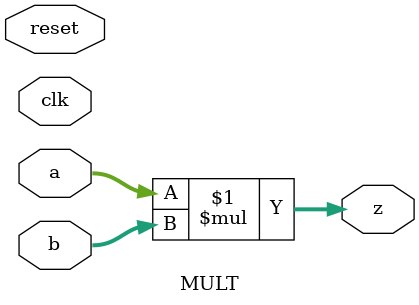
<source format=v>
`timescale 1ns / 1ps

module MULT(
    input clk,
    input reset,
    input [31:0] a,
    input [31:0] b,
    output [63:0] z
    );
    assign z=a*b;
//    reg [63:0]temp;
//    reg [63:0] stored0;
//         reg [63:0] stored1;
//         reg [63:0] stored2;
//         reg [63:0] stored3;
//         reg [63:0] stored4;
//         reg [63:0] stored5; 
//         reg [63:0] stored6;
//         reg [63:0] stored7;
//         reg [63:0] stored8;
//         reg [63:0] stored9;
//         reg [63:0] stored10;
//         reg [63:0] stored11;
//         reg [63:0] stored12;
//         reg [63:0] stored13; 
//         reg [63:0] stored14;
//         reg [63:0] stored15;
//         reg [63:0] stored16;
//         reg [63:0] stored17;
//         reg [63:0] stored18;
//         reg [63:0] stored19;
//         reg [63:0] stored20;
//         reg [63:0] stored21; 
//         reg [63:0] stored22;
//         reg [63:0] stored23;
//         reg [63:0] stored24;
//         reg [63:0] stored25;
//         reg [63:0] stored26;
//         reg [63:0] stored27;
//         reg [63:0] stored28;
//         reg [63:0] stored29; 
//         reg [63:0] stored30;
//         reg [63:0] stored31;
        
//        assign z = stored0+stored1+stored2+stored3+stored4+stored5+stored6+stored7
//            +stored8+stored9+stored10+stored11+stored12+stored13+stored14+stored15+
//            stored16+stored17+stored18+stored19+stored20+stored21+stored22+stored23+
//            stored24+stored25+stored26+stored27+stored28+stored29+stored30-stored31;
            
//        always @(negedge clk or posedge reset)
//        begin
//            if(reset)
//            begin
//             temp <= 0;
//             stored0 <= 0;
//             stored1 <= 0;
//             stored2 <= 0;
//             stored3 <= 0;
//             stored4 <= 0;
//             stored5 <= 0;
//             stored6 <= 0;
//             stored7 <= 0;
//             stored8 <= 0;
//             stored9 <= 0;
//             stored10 <= 0;
//             stored11 <= 0;
//             stored12 <= 0;
//             stored13 <= 0;
//             stored14 <= 0;
//             stored15 <= 0; 
//             stored16 <= 0;
//             stored17 <= 0;
//             stored18 <= 0;
//             stored19 <= 0;
//             stored20 <= 0;
//             stored21 <= 0;
//             stored22 <= 0;
//             stored23 <= 0; 
//             stored24 <= 0;
//             stored25 <= 0;
//             stored26 <= 0;
//             stored27 <= 0;
//             stored28 <= 0;
//             stored29 <= 0;
//             stored30 <= 0;
//             stored31 <= 0;
//            end
//            else
//            begin
//            stored0 <= b[0] ? {{32{a[31]}}, a} : 'b0;
//            stored1 <= b[1] ? {{31{a[31]}}, a, 1'b0} : 'b0;
//            stored2 <= b[2] ? {{30{a[31]}}, a, 2'b0} : 'b0;
//            stored3 <= b[3] ? {{29{a[31]}}, a, 3'b0} : 'b0;
//            stored4 <= b[4] ? {{28{a[31]}}, a, 4'b0} : 'b0;
//            stored5 <= b[5] ? {{27{a[31]}}, a, 5'b0} : 'b0;
//            stored6 <= b[6] ? {{26{a[31]}}, a, 6'b0} : 'b0;
//            stored7 <= b[7] ? {{25{a[31]}}, a, 7'b0} : 'b0;
//            stored8 <= b[8] ? {{24{a[31]}}, a, 8'b0} : 'b0;
//            stored9 <= b[9] ? {{23{a[31]}}, a, 9'b0} : 'b0;
//            stored10 <= b[10] ? {{22{a[31]}}, a, 10'b0} : 'b0;
//            stored11 <= b[11] ? {{21{a[31]}}, a, 11'b0} : 'b0;
//            stored12 <= b[12] ? {{20{a[31]}}, a, 12'b0} : 'b0;
//            stored13 <= b[13] ? {{19{a[31]}}, a, 13'b0} : 'b0;
//            stored14 <= b[14] ? {{18{a[31]}}, a, 14'b0} : 'b0;
//            stored15 <= b[15] ? {{17{a[31]}}, a, 15'b0} : 'b0;
//            stored16 <= b[16] ? {{16{a[31]}}, a, 16'b0} : 'b0;
//            stored17 <= b[17] ? {{15{a[31]}}, a, 17'b0} : 'b0;
//            stored18 <= b[18] ? {{14{a[31]}}, a, 18'b0} : 'b0;
//            stored19 <= b[19] ? {{13{a[31]}}, a, 19'b0} : 'b0;
//            stored20 <= b[20] ? {{12{a[31]}}, a, 20'b0} : 'b0;
//            stored21 <= b[21] ? {{11{a[31]}}, a, 21'b0} : 'b0;
//            stored22 <= b[22] ? {{10{a[31]}}, a, 22'b0} : 'b0;
//            stored23 <= b[23] ? {{9{a[31]}}, a, 23'b0} : 'b0;
//            stored24 <= b[24] ? {{8{a[31]}}, a, 24'b0} : 'b0;
//            stored25 <= b[25] ? {{7{a[31]}}, a, 25'b0} : 'b0;
//            stored26 <= b[26] ? {{6{a[31]}}, a, 26'b0} : 'b0;
//            stored27 <= b[27] ? {{5{a[31]}}, a, 27'b0} : 'b0;
//            stored28 <= b[28] ? {{4{a[31]}}, a, 28'b0} : 'b0;
//            stored29 <= b[29] ? {{3{a[31]}}, a, 29'b0} : 'b0;
//            stored30 <= b[30] ? {{2{a[31]}}, a, 30'b0} : 'b0;
//            stored31 <= b[31] ? {{1{a[31]}}, a, 31'b0} : 'b0;     
             
//            end
//        end
     
endmodule

</source>
